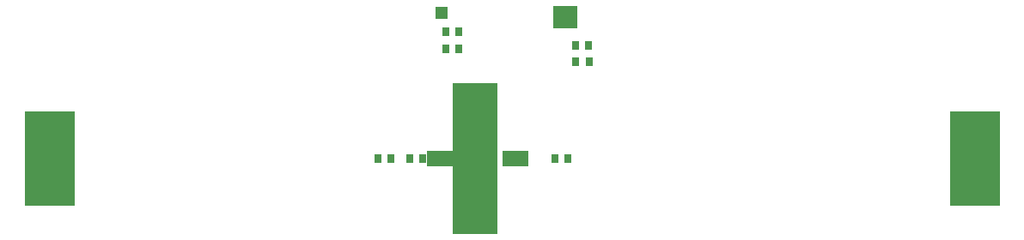
<source format=gts>
G04 ===== Begin FILE IDENTIFICATION =====*
G04 File Format:  Gerber RS274X*
G04 ===== End FILE IDENTIFICATION =====*
%FSLAX24Y24*%
%MOIN*%
%SFA1.0000B1.0000*%
%OFA0.0B0.0*%
%ADD14R,0.030945X0.037402*%
%ADD15R,0.098425X0.059055*%
%ADD16R,0.098429X0.059059*%
%ADD17R,0.092837X0.091065*%
%ADD18R,0.046834X0.045062*%
%ADD19R,0.196850X0.366929*%
%ADD20R,0.177165X0.590551*%
%LNsolder_mask*%
%IPPOS*%
%LPD*%
G75*
D14*
X21898Y10979D03*
X21392D03*
X21908Y10327D03*
X21402D03*
X16857Y11504D03*
X16350D03*
X16866Y10853D03*
X16360D03*
X21103Y6579D03*
X20597D03*
D15*
X19062D03*
D14*
X15462D03*
X14956D03*
X14211D03*
D16*
X16109D03*
D14*
X13705D03*
D17*
X20994Y12078D03*
D18*
X16197Y12243D03*
D19*
X36870Y6579D03*
X984D03*
D20*
X17503D03*
M02*


</source>
